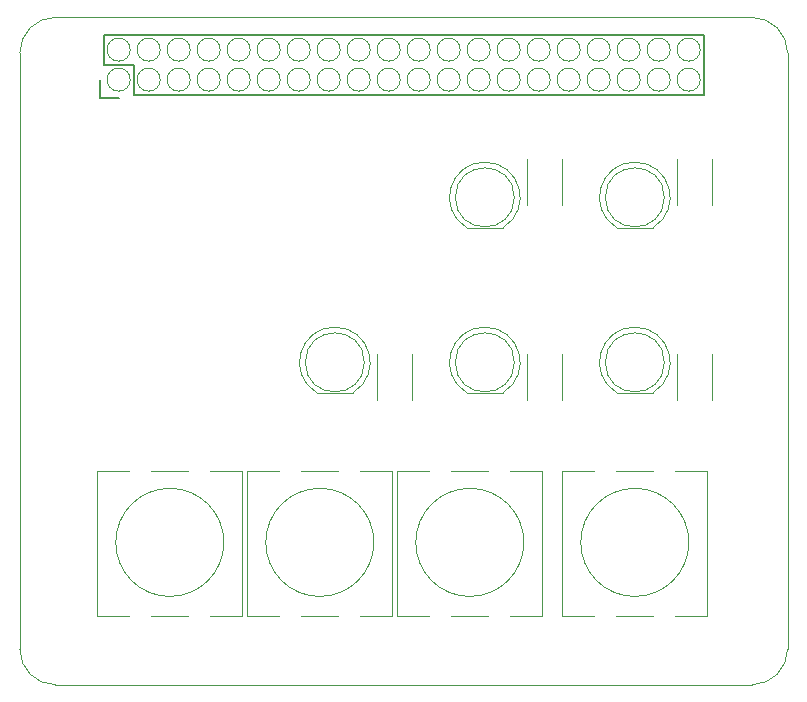
<source format=gbr>
%TF.GenerationSoftware,KiCad,Pcbnew,4.0.7*%
%TF.CreationDate,2018-01-22T14:26:12+01:00*%
%TF.ProjectId,RPi_Hat,5250695F4861742E6B696361645F7063,rev?*%
%TF.FileFunction,Legend,Top*%
%FSLAX46Y46*%
G04 Gerber Fmt 4.6, Leading zero omitted, Abs format (unit mm)*
G04 Created by KiCad (PCBNEW 4.0.7) date 01/22/18 14:26:12*
%MOMM*%
%LPD*%
G01*
G04 APERTURE LIST*
%ADD10C,0.050000*%
%ADD11C,0.100000*%
%ADD12C,0.150000*%
%ADD13C,0.120000*%
G04 APERTURE END LIST*
D10*
D11*
X55070000Y-48260000D02*
X114070000Y-48260000D01*
X117070000Y-51260000D02*
G75*
G03X114070000Y-48260000I-3000000J0D01*
G01*
X55070000Y-48260000D02*
G75*
G03X52070000Y-51260000I0J-3000000D01*
G01*
X117070000Y-51260000D02*
X117070000Y-101760000D01*
X52070000Y-93980000D02*
X52070000Y-63500000D01*
X114070000Y-104760000D02*
G75*
G03X117070000Y-101760000I0J3000000D01*
G01*
X52070000Y-101760000D02*
G75*
G03X55070000Y-104760000I3000000J0D01*
G01*
X52070000Y-86260000D02*
X52070000Y-101760000D01*
X52070000Y-51260000D02*
X52070000Y-67260000D01*
X55070000Y-104760000D02*
X114070000Y-104760000D01*
D12*
X109970000Y-49720000D02*
X59170000Y-49720000D01*
X61710000Y-54800000D02*
X109970000Y-54800000D01*
X109970000Y-49720000D02*
X109970000Y-54800000D01*
X59170000Y-49720000D02*
X59170000Y-52260000D01*
X58890000Y-53530000D02*
X58890000Y-55080000D01*
X59170000Y-52260000D02*
X61710000Y-52260000D01*
X61710000Y-52260000D02*
X61710000Y-54800000D01*
X58890000Y-55080000D02*
X60440000Y-55080000D01*
D13*
X104140462Y-60510000D02*
G75*
G03X102595170Y-66060000I-462J-2990000D01*
G01*
X104139538Y-60510000D02*
G75*
G02X105684830Y-66060000I462J-2990000D01*
G01*
X106640000Y-63500000D02*
G75*
G03X106640000Y-63500000I-2500000J0D01*
G01*
X102595000Y-66060000D02*
X105685000Y-66060000D01*
X91440462Y-60510000D02*
G75*
G03X89895170Y-66060000I-462J-2990000D01*
G01*
X91439538Y-60510000D02*
G75*
G02X92984830Y-66060000I462J-2990000D01*
G01*
X93940000Y-63500000D02*
G75*
G03X93940000Y-63500000I-2500000J0D01*
G01*
X89895000Y-66060000D02*
X92985000Y-66060000D01*
X104140462Y-74480000D02*
G75*
G03X102595170Y-80030000I-462J-2990000D01*
G01*
X104139538Y-74480000D02*
G75*
G02X105684830Y-80030000I462J-2990000D01*
G01*
X106640000Y-77470000D02*
G75*
G03X106640000Y-77470000I-2500000J0D01*
G01*
X102595000Y-80030000D02*
X105685000Y-80030000D01*
X91440462Y-74480000D02*
G75*
G03X89895170Y-80030000I-462J-2990000D01*
G01*
X91439538Y-74480000D02*
G75*
G02X92984830Y-80030000I462J-2990000D01*
G01*
X93940000Y-77470000D02*
G75*
G03X93940000Y-77470000I-2500000J0D01*
G01*
X89895000Y-80030000D02*
X92985000Y-80030000D01*
X78740462Y-74480000D02*
G75*
G03X77195170Y-80030000I-462J-2990000D01*
G01*
X78739538Y-74480000D02*
G75*
G02X80284830Y-80030000I462J-2990000D01*
G01*
X81240000Y-77470000D02*
G75*
G03X81240000Y-77470000I-2500000J0D01*
G01*
X77195000Y-80030000D02*
X80285000Y-80030000D01*
X107740000Y-64180000D02*
X107740000Y-60280000D01*
X110700000Y-60280000D02*
X110700000Y-64180000D01*
X95040000Y-64180000D02*
X95040000Y-60280000D01*
X98000000Y-60280000D02*
X98000000Y-64180000D01*
X110700000Y-76790000D02*
X110700000Y-80690000D01*
X107740000Y-80690000D02*
X107740000Y-76790000D01*
X98000000Y-76790000D02*
X98000000Y-80690000D01*
X95040000Y-80690000D02*
X95040000Y-76790000D01*
X85300000Y-76790000D02*
X85300000Y-80690000D01*
X82340000Y-80690000D02*
X82340000Y-76790000D01*
X97950000Y-98960000D02*
X97950000Y-86660000D01*
X102530000Y-86660000D02*
X105670000Y-86660000D01*
X110250000Y-86660000D02*
X110250000Y-98960000D01*
X100670000Y-98960000D02*
X97950000Y-98960000D01*
X108719050Y-92710000D02*
G75*
G03X108719050Y-92710000I-4579050J0D01*
G01*
X110250000Y-98960000D02*
X107530000Y-98960000D01*
X105670000Y-98960000D02*
X102530000Y-98960000D01*
X107530000Y-86660000D02*
X110250000Y-86660000D01*
X97950000Y-86660000D02*
X100670000Y-86660000D01*
X83980000Y-98960000D02*
X83980000Y-86660000D01*
X88560000Y-86660000D02*
X91700000Y-86660000D01*
X96280000Y-86660000D02*
X96280000Y-98960000D01*
X86700000Y-98960000D02*
X83980000Y-98960000D01*
X94749050Y-92710000D02*
G75*
G03X94749050Y-92710000I-4579050J0D01*
G01*
X96280000Y-98960000D02*
X93560000Y-98960000D01*
X91700000Y-98960000D02*
X88560000Y-98960000D01*
X93560000Y-86660000D02*
X96280000Y-86660000D01*
X83980000Y-86660000D02*
X86700000Y-86660000D01*
X71280000Y-98960000D02*
X71280000Y-86660000D01*
X75860000Y-86660000D02*
X79000000Y-86660000D01*
X83580000Y-86660000D02*
X83580000Y-98960000D01*
X74000000Y-98960000D02*
X71280000Y-98960000D01*
X82049050Y-92710000D02*
G75*
G03X82049050Y-92710000I-4579050J0D01*
G01*
X83580000Y-98960000D02*
X80860000Y-98960000D01*
X79000000Y-98960000D02*
X75860000Y-98960000D01*
X80860000Y-86660000D02*
X83580000Y-86660000D01*
X71280000Y-86660000D02*
X74000000Y-86660000D01*
X58580000Y-98960000D02*
X58580000Y-86660000D01*
X63160000Y-86660000D02*
X66300000Y-86660000D01*
X70880000Y-86660000D02*
X70880000Y-98960000D01*
X61300000Y-98960000D02*
X58580000Y-98960000D01*
X69349050Y-92710000D02*
G75*
G03X69349050Y-92710000I-4579050J0D01*
G01*
X70880000Y-98960000D02*
X68160000Y-98960000D01*
X66300000Y-98960000D02*
X63160000Y-98960000D01*
X68160000Y-86660000D02*
X70880000Y-86660000D01*
X58580000Y-86660000D02*
X61300000Y-86660000D01*
D10*
X60440000Y-54505000D02*
X60440000Y-54505000D01*
X60440000Y-52555000D02*
X60440000Y-52555000D01*
X60440000Y-54505000D02*
G75*
G03X60440000Y-52555000I0J975000D01*
G01*
X60440000Y-52555000D02*
G75*
G03X60440000Y-54505000I0J-975000D01*
G01*
X60440000Y-51965000D02*
X60440000Y-51965000D01*
X60440000Y-50015000D02*
X60440000Y-50015000D01*
X60440000Y-51965000D02*
G75*
G03X60440000Y-50015000I0J975000D01*
G01*
X60440000Y-50015000D02*
G75*
G03X60440000Y-51965000I0J-975000D01*
G01*
X62980000Y-54505000D02*
X62980000Y-54505000D01*
X62980000Y-52555000D02*
X62980000Y-52555000D01*
X62980000Y-54505000D02*
G75*
G03X62980000Y-52555000I0J975000D01*
G01*
X62980000Y-52555000D02*
G75*
G03X62980000Y-54505000I0J-975000D01*
G01*
X62980000Y-51965000D02*
X62980000Y-51965000D01*
X62980000Y-50015000D02*
X62980000Y-50015000D01*
X62980000Y-51965000D02*
G75*
G03X62980000Y-50015000I0J975000D01*
G01*
X62980000Y-50015000D02*
G75*
G03X62980000Y-51965000I0J-975000D01*
G01*
X65520000Y-54505000D02*
X65520000Y-54505000D01*
X65520000Y-52555000D02*
X65520000Y-52555000D01*
X65520000Y-54505000D02*
G75*
G03X65520000Y-52555000I0J975000D01*
G01*
X65520000Y-52555000D02*
G75*
G03X65520000Y-54505000I0J-975000D01*
G01*
X65520000Y-51965000D02*
X65520000Y-51965000D01*
X65520000Y-50015000D02*
X65520000Y-50015000D01*
X65520000Y-51965000D02*
G75*
G03X65520000Y-50015000I0J975000D01*
G01*
X65520000Y-50015000D02*
G75*
G03X65520000Y-51965000I0J-975000D01*
G01*
X68060000Y-54505000D02*
X68060000Y-54505000D01*
X68060000Y-52555000D02*
X68060000Y-52555000D01*
X68060000Y-54505000D02*
G75*
G03X68060000Y-52555000I0J975000D01*
G01*
X68060000Y-52555000D02*
G75*
G03X68060000Y-54505000I0J-975000D01*
G01*
X68060000Y-51965000D02*
X68060000Y-51965000D01*
X68060000Y-50015000D02*
X68060000Y-50015000D01*
X68060000Y-51965000D02*
G75*
G03X68060000Y-50015000I0J975000D01*
G01*
X68060000Y-50015000D02*
G75*
G03X68060000Y-51965000I0J-975000D01*
G01*
X70600000Y-54505000D02*
X70600000Y-54505000D01*
X70600000Y-52555000D02*
X70600000Y-52555000D01*
X70600000Y-54505000D02*
G75*
G03X70600000Y-52555000I0J975000D01*
G01*
X70600000Y-52555000D02*
G75*
G03X70600000Y-54505000I0J-975000D01*
G01*
X70600000Y-51965000D02*
X70600000Y-51965000D01*
X70600000Y-50015000D02*
X70600000Y-50015000D01*
X70600000Y-51965000D02*
G75*
G03X70600000Y-50015000I0J975000D01*
G01*
X70600000Y-50015000D02*
G75*
G03X70600000Y-51965000I0J-975000D01*
G01*
X73140000Y-54505000D02*
X73140000Y-54505000D01*
X73140000Y-52555000D02*
X73140000Y-52555000D01*
X73140000Y-54505000D02*
G75*
G03X73140000Y-52555000I0J975000D01*
G01*
X73140000Y-52555000D02*
G75*
G03X73140000Y-54505000I0J-975000D01*
G01*
X73140000Y-51965000D02*
X73140000Y-51965000D01*
X73140000Y-50015000D02*
X73140000Y-50015000D01*
X73140000Y-51965000D02*
G75*
G03X73140000Y-50015000I0J975000D01*
G01*
X73140000Y-50015000D02*
G75*
G03X73140000Y-51965000I0J-975000D01*
G01*
X75680000Y-54505000D02*
X75680000Y-54505000D01*
X75680000Y-52555000D02*
X75680000Y-52555000D01*
X75680000Y-54505000D02*
G75*
G03X75680000Y-52555000I0J975000D01*
G01*
X75680000Y-52555000D02*
G75*
G03X75680000Y-54505000I0J-975000D01*
G01*
X75680000Y-51965000D02*
X75680000Y-51965000D01*
X75680000Y-50015000D02*
X75680000Y-50015000D01*
X75680000Y-51965000D02*
G75*
G03X75680000Y-50015000I0J975000D01*
G01*
X75680000Y-50015000D02*
G75*
G03X75680000Y-51965000I0J-975000D01*
G01*
X78220000Y-54505000D02*
X78220000Y-54505000D01*
X78220000Y-52555000D02*
X78220000Y-52555000D01*
X78220000Y-54505000D02*
G75*
G03X78220000Y-52555000I0J975000D01*
G01*
X78220000Y-52555000D02*
G75*
G03X78220000Y-54505000I0J-975000D01*
G01*
X78220000Y-51965000D02*
X78220000Y-51965000D01*
X78220000Y-50015000D02*
X78220000Y-50015000D01*
X78220000Y-51965000D02*
G75*
G03X78220000Y-50015000I0J975000D01*
G01*
X78220000Y-50015000D02*
G75*
G03X78220000Y-51965000I0J-975000D01*
G01*
X80760000Y-54505000D02*
X80760000Y-54505000D01*
X80760000Y-52555000D02*
X80760000Y-52555000D01*
X80760000Y-54505000D02*
G75*
G03X80760000Y-52555000I0J975000D01*
G01*
X80760000Y-52555000D02*
G75*
G03X80760000Y-54505000I0J-975000D01*
G01*
X80760000Y-51965000D02*
X80760000Y-51965000D01*
X80760000Y-50015000D02*
X80760000Y-50015000D01*
X80760000Y-51965000D02*
G75*
G03X80760000Y-50015000I0J975000D01*
G01*
X80760000Y-50015000D02*
G75*
G03X80760000Y-51965000I0J-975000D01*
G01*
X83300000Y-54505000D02*
X83300000Y-54505000D01*
X83300000Y-52555000D02*
X83300000Y-52555000D01*
X83300000Y-54505000D02*
G75*
G03X83300000Y-52555000I0J975000D01*
G01*
X83300000Y-52555000D02*
G75*
G03X83300000Y-54505000I0J-975000D01*
G01*
X83300000Y-51965000D02*
X83300000Y-51965000D01*
X83300000Y-50015000D02*
X83300000Y-50015000D01*
X83300000Y-51965000D02*
G75*
G03X83300000Y-50015000I0J975000D01*
G01*
X83300000Y-50015000D02*
G75*
G03X83300000Y-51965000I0J-975000D01*
G01*
X85840000Y-54505000D02*
X85840000Y-54505000D01*
X85840000Y-52555000D02*
X85840000Y-52555000D01*
X85840000Y-54505000D02*
G75*
G03X85840000Y-52555000I0J975000D01*
G01*
X85840000Y-52555000D02*
G75*
G03X85840000Y-54505000I0J-975000D01*
G01*
X85840000Y-51965000D02*
X85840000Y-51965000D01*
X85840000Y-50015000D02*
X85840000Y-50015000D01*
X85840000Y-51965000D02*
G75*
G03X85840000Y-50015000I0J975000D01*
G01*
X85840000Y-50015000D02*
G75*
G03X85840000Y-51965000I0J-975000D01*
G01*
X88380000Y-54505000D02*
X88380000Y-54505000D01*
X88380000Y-52555000D02*
X88380000Y-52555000D01*
X88380000Y-54505000D02*
G75*
G03X88380000Y-52555000I0J975000D01*
G01*
X88380000Y-52555000D02*
G75*
G03X88380000Y-54505000I0J-975000D01*
G01*
X88380000Y-51965000D02*
X88380000Y-51965000D01*
X88380000Y-50015000D02*
X88380000Y-50015000D01*
X88380000Y-51965000D02*
G75*
G03X88380000Y-50015000I0J975000D01*
G01*
X88380000Y-50015000D02*
G75*
G03X88380000Y-51965000I0J-975000D01*
G01*
X90920000Y-54505000D02*
X90920000Y-54505000D01*
X90920000Y-52555000D02*
X90920000Y-52555000D01*
X90920000Y-54505000D02*
G75*
G03X90920000Y-52555000I0J975000D01*
G01*
X90920000Y-52555000D02*
G75*
G03X90920000Y-54505000I0J-975000D01*
G01*
X90920000Y-51965000D02*
X90920000Y-51965000D01*
X90920000Y-50015000D02*
X90920000Y-50015000D01*
X90920000Y-51965000D02*
G75*
G03X90920000Y-50015000I0J975000D01*
G01*
X90920000Y-50015000D02*
G75*
G03X90920000Y-51965000I0J-975000D01*
G01*
X93460000Y-54505000D02*
X93460000Y-54505000D01*
X93460000Y-52555000D02*
X93460000Y-52555000D01*
X93460000Y-54505000D02*
G75*
G03X93460000Y-52555000I0J975000D01*
G01*
X93460000Y-52555000D02*
G75*
G03X93460000Y-54505000I0J-975000D01*
G01*
X93460000Y-51965000D02*
X93460000Y-51965000D01*
X93460000Y-50015000D02*
X93460000Y-50015000D01*
X93460000Y-51965000D02*
G75*
G03X93460000Y-50015000I0J975000D01*
G01*
X93460000Y-50015000D02*
G75*
G03X93460000Y-51965000I0J-975000D01*
G01*
X96000000Y-54505000D02*
X96000000Y-54505000D01*
X96000000Y-52555000D02*
X96000000Y-52555000D01*
X96000000Y-54505000D02*
G75*
G03X96000000Y-52555000I0J975000D01*
G01*
X96000000Y-52555000D02*
G75*
G03X96000000Y-54505000I0J-975000D01*
G01*
X96000000Y-51965000D02*
X96000000Y-51965000D01*
X96000000Y-50015000D02*
X96000000Y-50015000D01*
X96000000Y-51965000D02*
G75*
G03X96000000Y-50015000I0J975000D01*
G01*
X96000000Y-50015000D02*
G75*
G03X96000000Y-51965000I0J-975000D01*
G01*
X98540000Y-54505000D02*
X98540000Y-54505000D01*
X98540000Y-52555000D02*
X98540000Y-52555000D01*
X98540000Y-54505000D02*
G75*
G03X98540000Y-52555000I0J975000D01*
G01*
X98540000Y-52555000D02*
G75*
G03X98540000Y-54505000I0J-975000D01*
G01*
X98540000Y-51965000D02*
X98540000Y-51965000D01*
X98540000Y-50015000D02*
X98540000Y-50015000D01*
X98540000Y-51965000D02*
G75*
G03X98540000Y-50015000I0J975000D01*
G01*
X98540000Y-50015000D02*
G75*
G03X98540000Y-51965000I0J-975000D01*
G01*
X101080000Y-54505000D02*
X101080000Y-54505000D01*
X101080000Y-52555000D02*
X101080000Y-52555000D01*
X101080000Y-54505000D02*
G75*
G03X101080000Y-52555000I0J975000D01*
G01*
X101080000Y-52555000D02*
G75*
G03X101080000Y-54505000I0J-975000D01*
G01*
X101080000Y-51965000D02*
X101080000Y-51965000D01*
X101080000Y-50015000D02*
X101080000Y-50015000D01*
X101080000Y-51965000D02*
G75*
G03X101080000Y-50015000I0J975000D01*
G01*
X101080000Y-50015000D02*
G75*
G03X101080000Y-51965000I0J-975000D01*
G01*
X103620000Y-54505000D02*
X103620000Y-54505000D01*
X103620000Y-52555000D02*
X103620000Y-52555000D01*
X103620000Y-54505000D02*
G75*
G03X103620000Y-52555000I0J975000D01*
G01*
X103620000Y-52555000D02*
G75*
G03X103620000Y-54505000I0J-975000D01*
G01*
X103620000Y-51965000D02*
X103620000Y-51965000D01*
X103620000Y-50015000D02*
X103620000Y-50015000D01*
X103620000Y-51965000D02*
G75*
G03X103620000Y-50015000I0J975000D01*
G01*
X103620000Y-50015000D02*
G75*
G03X103620000Y-51965000I0J-975000D01*
G01*
X106160000Y-54505000D02*
X106160000Y-54505000D01*
X106160000Y-52555000D02*
X106160000Y-52555000D01*
X106160000Y-54505000D02*
G75*
G03X106160000Y-52555000I0J975000D01*
G01*
X106160000Y-52555000D02*
G75*
G03X106160000Y-54505000I0J-975000D01*
G01*
X106160000Y-51965000D02*
X106160000Y-51965000D01*
X106160000Y-50015000D02*
X106160000Y-50015000D01*
X106160000Y-51965000D02*
G75*
G03X106160000Y-50015000I0J975000D01*
G01*
X106160000Y-50015000D02*
G75*
G03X106160000Y-51965000I0J-975000D01*
G01*
X108700000Y-54505000D02*
X108700000Y-54505000D01*
X108700000Y-52555000D02*
X108700000Y-52555000D01*
X108700000Y-54505000D02*
G75*
G03X108700000Y-52555000I0J975000D01*
G01*
X108700000Y-52555000D02*
G75*
G03X108700000Y-54505000I0J-975000D01*
G01*
X108700000Y-51965000D02*
X108700000Y-51965000D01*
X108700000Y-50015000D02*
X108700000Y-50015000D01*
X108700000Y-51965000D02*
G75*
G03X108700000Y-50015000I0J975000D01*
G01*
X108700000Y-50015000D02*
G75*
G03X108700000Y-51965000I0J-975000D01*
G01*
M02*

</source>
